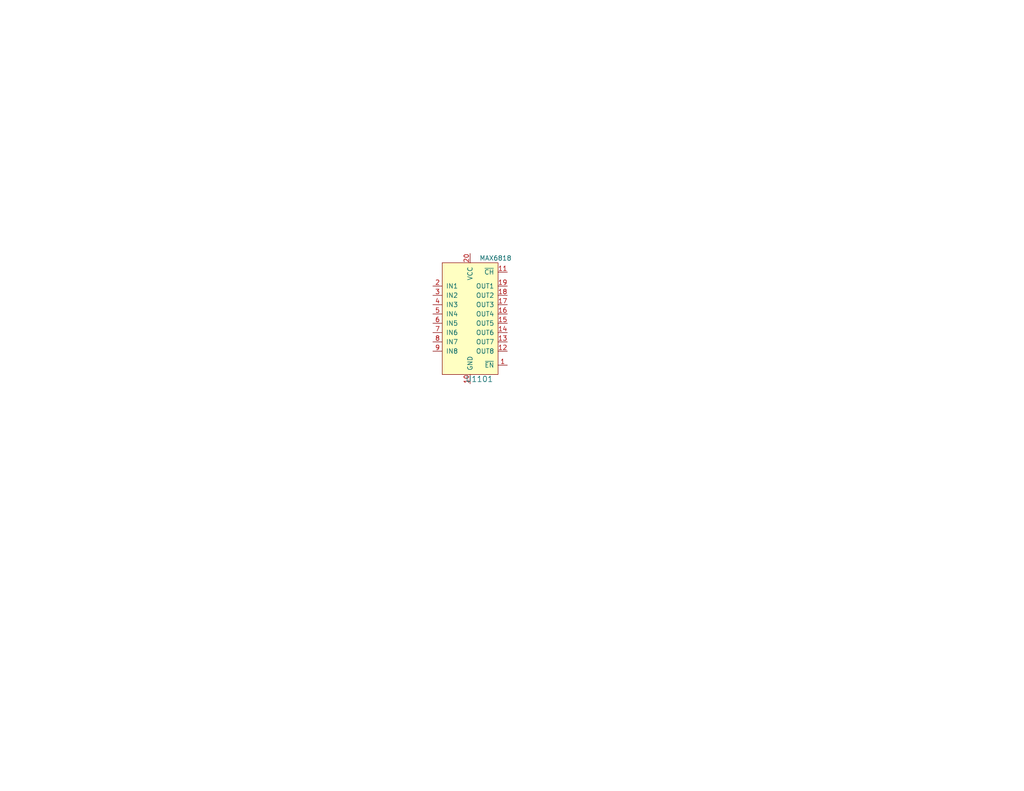
<source format=kicad_sch>
(kicad_sch (version 20230121) (generator eeschema)
  (paper "A")
  (title_block (date "2023-05-21") (rev "PRELIM") (company "Drew Maatman"))
  (lib_symbols
    (symbol "Custom Library:MAX6818" (pin_names (offset 1.016))
      (property "Reference" "U" (at 6.35 -16.51 0))
      (property "Value" "MAX6818" (at 2.54 16.51 0))
      (symbol "MAX6818_0_1"
        (rectangle (start -7.62 15.24) (end 7.62 -15.24) (fill (type background)))
      )
      (symbol "MAX6818_1_1"
        (pin output line (at 10.16 -12.7 180) (length 2.54) (name "~{EN}") (number "1"))
        (pin power_in line (at 0 -17.78 90) (length 2.54) (name "GND") (number "10"))
        (pin output line (at 10.16 12.7 180) (length 2.54) (name "~{CH}") (number "11"))
        (pin input line (at 10.16 -8.89 180) (length 2.54) (name "OUT8") (number "12"))
        (pin input line (at 10.16 -6.35 180) (length 2.54) (name "OUT7") (number "13"))
        (pin input line (at 10.16 -3.81 180) (length 2.54) (name "OUT6") (number "14"))
        (pin input line (at 10.16 -1.27 180) (length 2.54) (name "OUT5") (number "15"))
        (pin input line (at 10.16 1.27 180) (length 2.54) (name "OUT4") (number "16"))
        (pin input line (at 10.16 3.81 180) (length 2.54) (name "OUT3") (number "17"))
        (pin input line (at 10.16 6.35 180) (length 2.54) (name "OUT2") (number "18"))
        (pin input line (at 10.16 8.89 180) (length 2.54) (name "OUT1") (number "19"))
        (pin input line (at -10.16 8.89 0) (length 2.54) (name "IN1") (number "2"))
        (pin power_in line (at 0 17.78 270) (length 2.54) (name "VCC") (number "20"))
        (pin input line (at -10.16 6.35 0) (length 2.54) (name "IN2") (number "3"))
        (pin input line (at -10.16 3.81 0) (length 2.54) (name "IN3") (number "4"))
        (pin input line (at -10.16 1.27 0) (length 2.54) (name "IN4") (number "5"))
        (pin input line (at -10.16 -1.27 0) (length 2.54) (name "IN5") (number "6"))
        (pin input line (at -10.16 -3.81 0) (length 2.54) (name "IN6") (number "7"))
        (pin input line (at -10.16 -6.35 0) (length 2.54) (name "IN7") (number "8"))
        (pin input line (at -10.16 -8.89 0) (length 2.54) (name "IN8") (number "9"))
      )
    )
  )
  (symbol (lib_id "Custom Library:MAX6818") (at 128.27 86.995 0) (unit 1)
    (property "Reference" "U1101" (at 134.62 103.505 0) (effects (font (size 1.524 1.524)) (justify right)))
    (property "Value" "MAX6818" (at 130.81 70.485 0) (effects (justify left)))
    (property "Footprint" "Housings_SSOP:SSOP-20_5.3x7.2mm_Pitch0.65mm" (effects hide))
    (property "Datasheet" "https://datasheets.maximintegrated.com/en/ds/MAX6816-MAX6818.pdf" (effects hide))
    (property "Digi-Key PN" "MAX6818EAP+TCT-ND" (effects hide))
  )
)
</source>
